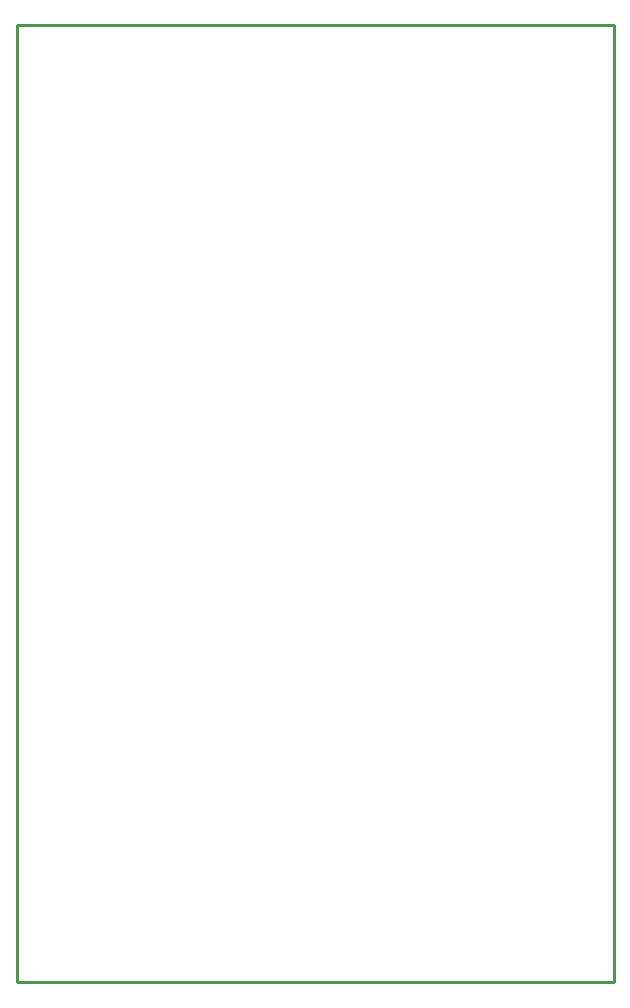
<source format=gbr>
G04 start of page 9 for group -4078 idx -4078 *
G04 Title: (unknown), bottomsilk *
G04 Creator: pcb 4.0.2 *
G04 CreationDate: Mon Jan 25 18:11:42 2021 UTC *
G04 For: ndholmes *
G04 Format: Gerber/RS-274X *
G04 PCB-Dimensions (mil): 3000.00 3200.00 *
G04 PCB-Coordinate-Origin: lower left *
%MOIN*%
%FSLAX25Y25*%
%LNBOTTOMSILK*%
%ADD43C,0.0100*%
G54D43*X500Y319500D02*X199500D01*
Y500D01*
X500D01*
Y319500D01*
M02*

</source>
